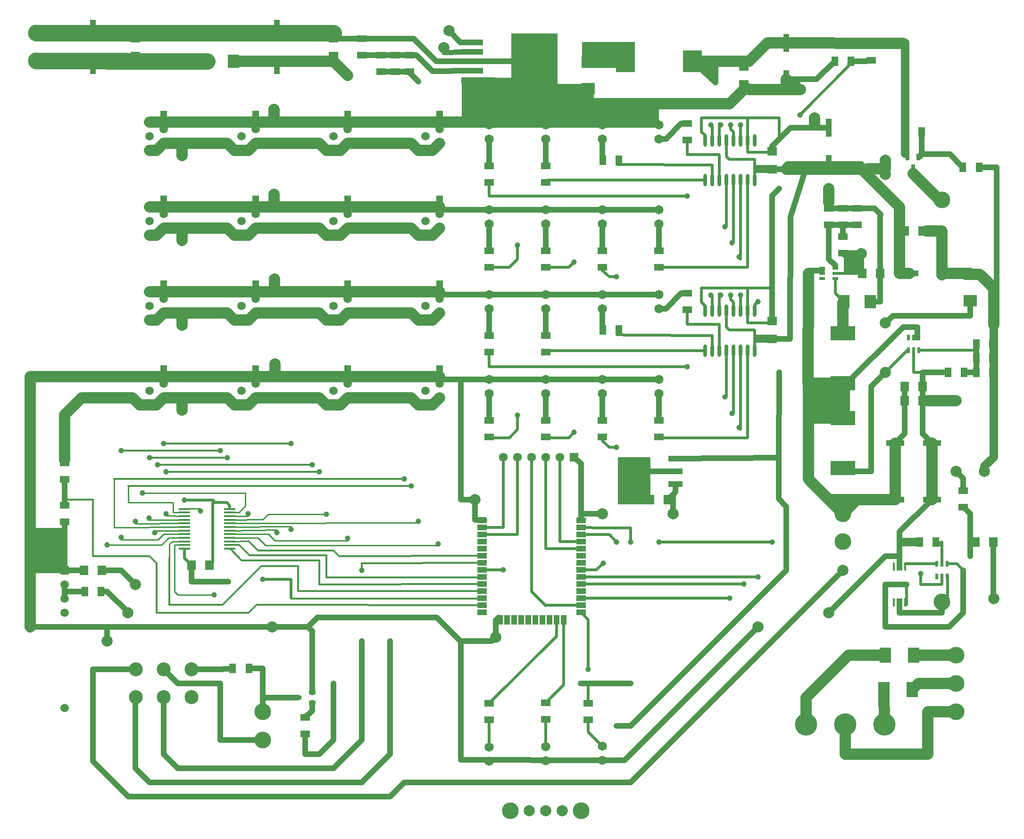
<source format=gtl>
G04 Layer: TopLayer*
G04 EasyEDA v6.5.40, 2024-05-11 17:08:49*
G04 43c8e0cd1118455ea74be200e722eb6b,361a7d54fb4a4915a4e9984872de9782,10*
G04 Gerber Generator version 0.2*
G04 Scale: 100 percent, Rotated: No, Reflected: No *
G04 Dimensions in millimeters *
G04 leading zeros omitted , absolute positions ,4 integer and 5 decimal *
%FSLAX45Y45*%
%MOMM*%

%AMMACRO1*21,1,$1,$2,0,0,$3*%
%ADD10C,1.0000*%
%ADD11C,1.5000*%
%ADD12C,0.5000*%
%ADD13C,0.3000*%
%ADD14C,2.0000*%
%ADD15C,3.0000*%
%ADD16C,0.2540*%
%ADD17C,0.9000*%
%ADD18MACRO1,1.728X1.485X0.0000*%
%ADD19R,1.7280X1.4850*%
%ADD20R,1.1000X3.2000*%
%ADD21R,3.2000X1.1000*%
%ADD22MACRO1,1.728X1.485X-90.0000*%
%ADD23MACRO1,1.728X1.485X90.0000*%
%ADD24R,4.0000X1.0200*%
%ADD25R,8.4000X10.0000*%
%ADD26R,0.5320X1.0720*%
%ADD27O,0.3999992X1.499997*%
%ADD28R,1.0720X0.5320*%
%ADD29R,2.0000X0.3800*%
%ADD30R,2.5000X1.1000*%
%ADD31MACRO1,3.6X2.34X-90.0000*%
%ADD32O,0.6020054X2.2310090000000002*%
%ADD33R,2.0000X2.8000*%
%ADD34R,3.5000X4.0000*%
%ADD35R,4.5000X2.5000*%
%ADD36R,1.8000X1.0008*%
%ADD37R,1.0008X1.8000*%
%ADD38MACRO1,1.701X1.2075X0.0000*%
%ADD39R,1.7010X1.2075*%
%ADD40MACRO1,1.701X1.2075X-90.0000*%
%ADD41MACRO1,1.701X1.2075X90.0000*%
%ADD42R,2.0000X2.4000*%
%ADD43R,2.4000X2.0000*%
%ADD44R,0.7000X1.2500*%
%ADD45R,1.2500X0.7000*%
%ADD46R,1.2680X1.5000*%
%ADD47C,1.6510*%
%ADD48C,4.0000*%
%ADD49C,1.5748*%
%ADD50R,1.5748X1.5748*%
%ADD51R,1.5080X1.5080*%
%ADD52C,1.5080*%
%ADD53C,2.5000*%
%ADD54C,0.0146*%

%LPD*%
G36*
X12283998Y-762000D02*
G01*
X12537998Y-1016000D01*
X12699034Y-1016000D01*
X12699949Y-762000D01*
G37*
D10*
X13830300Y-7886700D02*
G01*
X13830300Y-8623300D01*
X13970000Y-8763000D01*
X13970000Y-9906000D01*
X11176000Y-12700000D01*
X10922000Y-12700000D01*
X17691061Y-4940231D02*
G01*
X17741861Y-4889431D01*
X17741861Y-2667000D01*
X17432553Y-2667000D01*
D11*
X16103569Y-2425694D02*
G01*
X16103579Y-431802D01*
D12*
X15133853Y-762000D02*
G01*
X15087574Y-808278D01*
X15087574Y-850900D01*
X14211274Y-1727200D01*
D13*
X8512809Y-10536936D02*
G01*
X4457700Y-10528300D01*
X4318000Y-10668000D01*
X2667000Y-10668000D01*
X2667000Y-9779000D01*
X2540000Y-9652000D01*
X1524000Y-9652000D01*
X1524000Y-8636000D01*
X1016000Y-8636000D01*
D14*
X393700Y-10922000D02*
G01*
X393700Y-6464287D01*
X393700Y-6438887D01*
X7492984Y-6934197D02*
G01*
X7365984Y-6934184D01*
X7238984Y-6807197D01*
X6095984Y-6807197D01*
D10*
X6349987Y-360121D02*
G01*
X6354500Y-355600D01*
X7277084Y-355600D01*
X5842000Y-348742D02*
G01*
X5853376Y-360118D01*
X6349987Y-360118D01*
D15*
X1780542Y-758446D02*
G01*
X1784095Y-762000D01*
X2667000Y-762000D01*
D10*
X7112000Y-13716000D02*
G01*
X6858000Y-13970000D01*
X2159000Y-13970000D01*
X1524000Y-13335000D01*
X1524000Y-11684000D01*
X1528063Y-11688063D01*
X2293874Y-11688063D01*
X2293995Y-12187976D02*
G01*
X2285994Y-12195977D01*
X2285994Y-13461972D01*
X2539994Y-13715972D01*
X6349987Y-13715972D01*
X6857984Y-13207974D01*
X6857987Y-11175977D01*
X2793994Y-12187976D02*
G01*
X2793994Y-13207974D01*
X3047992Y-13461972D01*
X5841989Y-13461972D01*
X6349987Y-12953974D01*
X6349987Y-11175977D01*
X3293993Y-11687977D02*
G01*
X3746500Y-11684000D01*
X3809992Y-11683977D01*
X4030413Y-11671277D01*
X7111984Y-13715972D02*
G01*
X8636000Y-13716000D01*
X11176000Y-13716000D01*
X14986000Y-9906000D01*
D14*
X15728950Y-12678155D02*
G01*
X15726663Y-12052300D01*
X10414000Y-1524254D02*
G01*
X12954000Y-1524000D01*
X13220700Y-1257300D01*
X13271500Y-1257300D01*
X13302741Y-1270000D01*
X13970000Y-1270000D01*
X13970000Y-1088389D01*
X10414000Y-1256029D02*
G01*
X10414000Y-1841500D01*
D12*
X16128961Y-10528282D02*
G01*
X16128961Y-10159982D01*
D14*
X13303224Y-761492D02*
G01*
X13629104Y-435610D01*
X16065474Y-438152D01*
D10*
X11175974Y-11937974D02*
G01*
X10274279Y-11937974D01*
D12*
X9972040Y-10799114D02*
G01*
X9972040Y-11968048D01*
X9651974Y-12288113D01*
D10*
X7746972Y-6478546D02*
G01*
X11683974Y-6478549D01*
X8127745Y-6478523D02*
G01*
X8128000Y-8636000D01*
X8382000Y-8636000D01*
D11*
X17691064Y-5499089D02*
G01*
X17691064Y-7873984D01*
D14*
X7746984Y-6807197D02*
G01*
X7619984Y-6934197D01*
X7492984Y-6934197D01*
D10*
X8635979Y-6476994D02*
G01*
X11683984Y-6476994D01*
D12*
X16764000Y-9791192D02*
G01*
X16764000Y-9398000D01*
X8635982Y-7526576D02*
G01*
X8996098Y-7526576D01*
X9143982Y-7378692D01*
X9143982Y-7124692D01*
D14*
X14731974Y-3048000D02*
G01*
X14731969Y-3301992D01*
X14477972Y-1777997D02*
G01*
X14477972Y-1904997D01*
D10*
X13842974Y-2159000D02*
G01*
X14042364Y-1959610D01*
X14731974Y-1959610D01*
D15*
X2720847Y-762000D02*
G01*
X3569970Y-762000D01*
D12*
X9651974Y-2920994D02*
G01*
X9676429Y-2896539D01*
X12509474Y-2896539D01*
D10*
X14985974Y-8069981D02*
G01*
X14986000Y-8128000D01*
X15494000Y-8128000D01*
X15494000Y-6604000D01*
X15747992Y-6350010D01*
X5384800Y-10922000D02*
G01*
X5549920Y-10756879D01*
X7696184Y-10756879D01*
X8115282Y-11175977D01*
X8127984Y-11175977D01*
X10668000Y-13314984D02*
G01*
X11068964Y-13314984D01*
X13461972Y-10921977D01*
X10668000Y-13315007D02*
G01*
X8127984Y-13309574D01*
X8127984Y-11175977D01*
X8686782Y-11175977D01*
X8750282Y-11112477D01*
X16000996Y-9651994D02*
G01*
X15747954Y-9651994D01*
X14731969Y-10667979D01*
D12*
X12191974Y-9397982D02*
G01*
X11683977Y-9397982D01*
X11937979Y-9397982D02*
G01*
X13715972Y-9397974D01*
X13715977Y-9398000D01*
D14*
X14986000Y-7169912D02*
G01*
X14363672Y-7175484D01*
X14363700Y-8267700D01*
X14986000Y-8890000D01*
X14986000Y-8893555D01*
D10*
X1778000Y-11175974D02*
G01*
X1778000Y-10921994D01*
X2794000Y-11688063D02*
G01*
X3043936Y-11938000D01*
X3809992Y-11937977D01*
X3809992Y-12953974D01*
X4572000Y-12954000D01*
X4326178Y-11671274D02*
G01*
X4571987Y-11671274D01*
X4571987Y-11937974D01*
X4572000Y-12446000D02*
G01*
X4572000Y-12192000D01*
X4571989Y-11937977D01*
X1016000Y-9906000D02*
G01*
X393700Y-9906000D01*
X393700Y-10922000D01*
X4745481Y-10922000D01*
D14*
X16251961Y-11429977D02*
G01*
X17017964Y-11429969D01*
X16763966Y-3809992D02*
G01*
X16763959Y-4597410D01*
D11*
X17691064Y-7873984D02*
G01*
X17525964Y-8039084D01*
X17525964Y-8127984D01*
D14*
X17691064Y-5499089D02*
G01*
X17691064Y-4838689D01*
X17438370Y-4585970D01*
X17272000Y-4585970D01*
X16763964Y-4571989D02*
G01*
X17271961Y-4571989D01*
X16484566Y-3809992D02*
G01*
X16764000Y-3810000D01*
D15*
X508000Y-257555D02*
G01*
X1689100Y-257555D01*
X3604262Y-255915D01*
D10*
X5333989Y-12847853D02*
G01*
X5333989Y-13207974D01*
X5587989Y-13207974D01*
X5841987Y-12953977D01*
X5841989Y-11937979D01*
X17017974Y-8127974D02*
G01*
X17144974Y-8254974D01*
X17144974Y-8475395D01*
D14*
X16255966Y-2793994D02*
G01*
X16243274Y-2781274D01*
X16713200Y-3251200D01*
X16764000Y-3251200D01*
X17018000Y-12446000D02*
G01*
X16510000Y-12446000D01*
X16510000Y-13208000D01*
X15032177Y-13208000D01*
X15032177Y-12678206D01*
D12*
X8889982Y-9131282D02*
G01*
X8886027Y-9140037D01*
X8512936Y-9140037D01*
X8889972Y-7873974D02*
G01*
X8889982Y-9131282D01*
X10283063Y-9267037D02*
G01*
X10791032Y-9267037D01*
X10921977Y-9397982D01*
D16*
X3162495Y-9063182D02*
G01*
X2286208Y-9066171D01*
X3162482Y-8998163D02*
G01*
X2502108Y-9002671D01*
D13*
X5587989Y-10159979D02*
G01*
X5587989Y-10159979D01*
X5588000Y-9728200D01*
X4192524Y-9728200D01*
X4002531Y-9538208D01*
D16*
X4317984Y-9385284D02*
G01*
X3982501Y-9388149D01*
D13*
X4146250Y-9453138D02*
G01*
X3982501Y-9453138D01*
X5952490Y-10037063D02*
G01*
X5715000Y-10037063D01*
X5715000Y-9639300D01*
X4332477Y-9639300D01*
X4146295Y-9453118D01*
D16*
X4318182Y-9321957D02*
G01*
X3982501Y-9323148D01*
X4253430Y-9322081D02*
G01*
X4483381Y-9322081D01*
X4622784Y-9461484D01*
X7721597Y-9461484D01*
X7721597Y-9436077D01*
D13*
X5943600Y-9652000D02*
G01*
X5842000Y-9550400D01*
X4483100Y-9550400D01*
X4318000Y-9385300D01*
D16*
X3162482Y-9193171D02*
G01*
X2629108Y-9193171D01*
D13*
X5460984Y-8013684D02*
G01*
X2679697Y-8013684D01*
D16*
X3162495Y-8933200D02*
G01*
X2832295Y-8926471D01*
D13*
X2539997Y-7886684D02*
G01*
X3936997Y-7886684D01*
X2031997Y-7759684D02*
G01*
X3809997Y-7759684D01*
D16*
X2794195Y-9256671D02*
G01*
X2692595Y-9358271D01*
X2019508Y-9358271D01*
D13*
X5079984Y-7632684D02*
G01*
X3279114Y-7632684D01*
X2793997Y-7632684D01*
D12*
X15747992Y-6350010D02*
G01*
X16154145Y-5943854D01*
X16350995Y-5956807D02*
G01*
X17378172Y-5956807D01*
X17378172Y-6350000D01*
D10*
X17136795Y-2667000D02*
G01*
X16903674Y-2433878D01*
X16403848Y-2433878D01*
X16403848Y-2031987D01*
X16319500Y-5727700D02*
G01*
X16319500Y-5537200D01*
X16065500Y-5537200D01*
X14986000Y-6616700D01*
X14986000Y-7170420D01*
X16319466Y-5727687D02*
G01*
X16281366Y-5727687D01*
D14*
X2793997Y-3759197D02*
G01*
X2666997Y-3886197D01*
X2539997Y-3886197D01*
X749297Y-6426187D02*
G01*
X393700Y-6426187D01*
X2540000Y-6426200D02*
G01*
X584200Y-6426200D01*
X2540000Y-6934200D02*
G01*
X2362212Y-6934200D01*
X2235200Y-6807187D01*
X1320800Y-6807187D01*
X1015974Y-7112012D01*
X1015997Y-7924784D01*
X2539997Y-6426197D02*
G01*
X7492984Y-6426197D01*
X2539997Y-3378197D02*
G01*
X4778552Y-3378197D01*
X4773828Y-1856765D02*
G01*
X4773828Y-1628165D01*
X4778552Y-3378098D02*
G01*
X4778552Y-3149498D01*
X4783302Y-4902301D02*
G01*
X4783302Y-4673701D01*
X4787889Y-6426187D02*
G01*
X4787889Y-6197587D01*
X4190984Y-6934197D02*
G01*
X4063984Y-6934184D01*
X3936997Y-6807197D01*
X2793997Y-6807197D01*
X3124194Y-6807187D02*
G01*
X3124194Y-7030994D01*
X3124200Y-5282539D02*
G01*
X3124200Y-5506346D01*
X3124200Y-3758641D02*
G01*
X3124200Y-3982448D01*
X3124200Y-2235809D02*
G01*
X3124200Y-2459616D01*
D15*
X2667000Y-762000D02*
G01*
X2720924Y-762000D01*
D14*
X7492984Y-1854197D02*
G01*
X8254984Y-1854197D01*
D10*
X7746984Y-1905688D02*
G01*
X11683987Y-1905690D01*
D14*
X4190984Y-2362197D02*
G01*
X4063984Y-2362197D01*
X3936997Y-2235197D01*
X2793997Y-2235197D01*
X2539997Y-1854197D02*
G01*
X7492984Y-1854197D01*
X7492984Y-4902197D02*
G01*
X7746984Y-4901681D01*
D10*
X7746972Y-4952456D02*
G01*
X11683974Y-4952458D01*
D14*
X7492984Y-5410197D02*
G01*
X7365984Y-5410197D01*
X7238984Y-5283197D01*
X6095984Y-5283197D01*
X4444984Y-5283197D02*
G01*
X4317984Y-5410197D01*
X4190984Y-5410197D01*
X2793997Y-5283197D02*
G01*
X2666997Y-5410197D01*
X2539997Y-5410197D01*
X4190984Y-5410197D02*
G01*
X4063984Y-5410197D01*
X3936997Y-5283197D01*
X2793997Y-5283197D01*
D15*
X508000Y-758444D02*
G01*
X2032000Y-758444D01*
X2286000Y-762000D01*
X3604262Y-255915D02*
G01*
X5841987Y-254000D01*
D14*
X2539997Y-4902197D02*
G01*
X4783302Y-4902197D01*
X4783302Y-4902197D02*
G01*
X7492984Y-4902197D01*
X14363672Y-4571989D02*
G01*
X14360143Y-6546087D01*
X14986000Y-6546087D01*
D10*
X16582364Y-7619997D02*
G01*
X16415207Y-7452840D01*
X16415207Y-6604000D01*
D14*
X17017966Y-6857987D02*
G01*
X16509966Y-6857987D01*
X15747974Y-2540000D02*
G01*
X15747969Y-2692394D01*
X15076881Y-2699257D01*
X16001966Y-3378192D02*
G01*
X15323032Y-2699257D01*
X13970000Y-2699257D01*
D10*
X13716000Y-5747257D02*
G01*
X14033500Y-5747257D01*
X14046172Y-3555992D01*
X14312900Y-2699257D01*
X15316169Y-4483089D02*
G01*
X15316200Y-4216400D01*
X16000996Y-9821781D02*
G01*
X16000996Y-9428589D01*
X16582390Y-8636000D02*
G01*
X16002000Y-9216389D01*
X16001966Y-9410682D01*
D14*
X16582364Y-8635972D02*
G01*
X16582364Y-7619997D01*
D10*
X16415209Y-6604000D02*
G01*
X16415207Y-6349997D01*
X16415207Y-6858000D01*
D12*
X3295139Y-9817102D02*
G01*
X3162495Y-9684458D01*
X3162495Y-9548238D01*
D10*
X3295141Y-9817074D02*
G01*
X3295141Y-10109174D01*
X3949700Y-10109174D01*
X4745481Y-10922000D02*
G01*
X5384800Y-10922000D01*
X5458968Y-11000231D01*
X5458968Y-12097004D01*
D12*
X10413974Y-12298095D02*
G01*
X10411459Y-11937974D01*
X11175974Y-11937974D01*
D10*
X1015997Y-9067779D02*
G01*
X1015997Y-9935911D01*
X16370266Y-2476494D02*
G01*
X16403848Y-2412507D01*
X16403848Y-2031989D01*
X16403848Y-2031989D02*
G01*
X16403848Y-2412507D01*
X16108095Y-2032000D02*
G01*
X16108095Y-2031987D01*
X16108090Y-2031987D01*
X14731974Y-1959610D02*
G01*
X14731961Y-1959612D01*
X15493969Y-744783D02*
G01*
X15387853Y-762000D01*
X15133848Y-762000D01*
D12*
X13944572Y-431802D02*
G01*
X14714220Y-428083D01*
D10*
X16870095Y-6349997D02*
G01*
X16418559Y-6349997D01*
X15653212Y-4571994D02*
G01*
X15653212Y-5079989D01*
X15479958Y-5079989D01*
X15316174Y-4216400D02*
G01*
X15311653Y-4211878D01*
X14985969Y-4211881D01*
X14985974Y-4211878D02*
G01*
X15334721Y-4571994D01*
X15503662Y-2879887D02*
G01*
X15323032Y-2699257D01*
X15312367Y-2612392D01*
X14731974Y-2612392D01*
D12*
X9652000Y-13071094D02*
G01*
X9652000Y-12583921D01*
D14*
X10414000Y-1256029D02*
G01*
X10414000Y-1270000D01*
X9143982Y-1269997D01*
D10*
X12699974Y-1143000D02*
G01*
X12617221Y-1060246D01*
X12617221Y-962253D01*
X12617145Y-962177D01*
X12617145Y-962177D01*
X12617145Y-962177D01*
X12699974Y-1143000D02*
G01*
X12697152Y-762000D01*
X12699974Y-1143000D02*
G01*
X12283970Y-762000D01*
X14838095Y-762000D02*
G01*
X14511703Y-1088392D01*
X13969974Y-1088392D01*
D14*
X13303224Y-761492D02*
G01*
X13113232Y-762000D01*
X12283970Y-762000D01*
D10*
X10668000Y-8890000D02*
G01*
X10282936Y-8890000D01*
X11937977Y-8889982D02*
G01*
X11937977Y-8566513D01*
X11843232Y-8635974D02*
G01*
X11980974Y-8498232D01*
X11980974Y-8357971D01*
X11980976Y-7897977D02*
G01*
X13830272Y-7886684D01*
X13842974Y-6349987D01*
X15748000Y-5465318D02*
G01*
X15879318Y-5334000D01*
X17272000Y-5334000D01*
X17271956Y-5065976D01*
D12*
X17017961Y-9791682D02*
G01*
X16858965Y-9791067D01*
D10*
X14985974Y-3916121D02*
G01*
X14985974Y-3703878D01*
X14985974Y-3703878D01*
X14732000Y-3703828D02*
G01*
X14732000Y-4318000D01*
X14846808Y-4432807D01*
X14846269Y-4444992D01*
X14363669Y-4521192D02*
G01*
X14617052Y-4521179D01*
D12*
X14360240Y-4825687D02*
G01*
X14363672Y-4571989D01*
D10*
X14731969Y-3703881D02*
G01*
X15239969Y-3703881D01*
X15239969Y-3408123D02*
G01*
X14731969Y-3408123D01*
X15239969Y-3408123D02*
G01*
X15549300Y-3408123D01*
X15659069Y-3517892D01*
X15653212Y-3523749D01*
X15653212Y-4571994D01*
X4572000Y-12446000D02*
G01*
X4572000Y-12192000D01*
X5209031Y-12192000D01*
D14*
X16001966Y-3378192D02*
G01*
X16002000Y-3904742D01*
X16002000Y-4572000D01*
X16183609Y-4572000D01*
D10*
X16128961Y-10159982D02*
G01*
X15747974Y-10159982D01*
X15747974Y-10921974D01*
X16890961Y-10921974D01*
X17144961Y-10667982D01*
X17144961Y-9905982D01*
D12*
X16103574Y-9791674D02*
G01*
X16668973Y-9791067D01*
D10*
X17378088Y-5841997D02*
G01*
X17378088Y-6349997D01*
X17165827Y-6350000D02*
G01*
X17373600Y-6350000D01*
X17378172Y-6345428D01*
X17378172Y-6096000D01*
X14985974Y-8893533D02*
G01*
X14993719Y-8885788D01*
X14993719Y-8634333D01*
D14*
X15493982Y-8635987D02*
G01*
X14729459Y-8633460D01*
X14985974Y-8893533D02*
G01*
X15243515Y-8635992D01*
X15929569Y-8635992D01*
D12*
X16418559Y-6349997D02*
G01*
X16255966Y-6349987D01*
X16255974Y-5956909D01*
D10*
X16002000Y-10502900D02*
G01*
X16002000Y-10668000D01*
X16764000Y-10668000D01*
X16764000Y-10502900D01*
X16763974Y-10470464D01*
X15929559Y-7619974D02*
G01*
X16096716Y-7452817D01*
X16096726Y-6603974D01*
D14*
X14999975Y-5079989D02*
G01*
X14985979Y-5093985D01*
X14985979Y-5645980D01*
X15929569Y-7619972D02*
G01*
X15929569Y-8635992D01*
D10*
X17271974Y-9651974D02*
G01*
X17271961Y-9334482D01*
X17271964Y-8889982D02*
G01*
X17271964Y-9340349D01*
X17271961Y-8889982D02*
G01*
X17153135Y-8771153D01*
X17144974Y-8771153D01*
D12*
X8512936Y-9902037D02*
G01*
X8886040Y-9902037D01*
X11175977Y-9397982D02*
G01*
X11175977Y-9143982D01*
X11175977Y-9143982D02*
G01*
X10667979Y-9143982D01*
X14858966Y-4571987D02*
G01*
X15334721Y-4571994D01*
X14999970Y-5080000D02*
G01*
X14846884Y-4926888D01*
X14846884Y-4673854D01*
X14617065Y-4476978D02*
G01*
X14617065Y-4565142D01*
X4572000Y-10071100D02*
G01*
X5079989Y-10071079D01*
X5079989Y-10401279D01*
D10*
X1015974Y-8275878D02*
G01*
X1016000Y-8275904D01*
X1016000Y-8742121D01*
D13*
X8534382Y-10413979D02*
G01*
X5079989Y-10413979D01*
D10*
X1683257Y-9906000D02*
G01*
X2032000Y-9906000D01*
X2286000Y-10160000D01*
X1671878Y-10286672D02*
G01*
X1777682Y-10286672D01*
X2146300Y-10655287D01*
X2146300Y-10667974D01*
X13715974Y-2699252D02*
G01*
X13900833Y-2699252D01*
X13987693Y-2612389D01*
X14731974Y-2612389D01*
D12*
X16865574Y-9994874D02*
G01*
X16865574Y-10502874D01*
X16383000Y-9969500D02*
G01*
X16383000Y-10160000D01*
X16764000Y-10160000D01*
X16763974Y-10020881D01*
X17144961Y-9905982D02*
G01*
X17030661Y-9791682D01*
X17017961Y-9791682D01*
D10*
X17691061Y-10413982D02*
G01*
X17685209Y-10408127D01*
X17685209Y-9397987D01*
D13*
X6349987Y-9778979D02*
G01*
X6349987Y-9905979D01*
X6349987Y-9905979D01*
X8512809Y-9774936D02*
G01*
X6349987Y-9778979D01*
D10*
X8381974Y-8635974D02*
G01*
X8381982Y-9004282D01*
X8381982Y-9004282D02*
G01*
X8547079Y-9004282D01*
D12*
X8635974Y-12593853D02*
G01*
X8636000Y-12593878D01*
X8636000Y-13080974D01*
D10*
X8750274Y-11112474D02*
G01*
X8750274Y-10807674D01*
X8805824Y-10752150D01*
D13*
X2895854Y-9688576D02*
G01*
X2895854Y-10528300D01*
X3848100Y-10528300D01*
X4546600Y-9829800D01*
X5207000Y-9829800D01*
X5207000Y-10282936D01*
X8512809Y-10282936D01*
X8512916Y-9647930D02*
G01*
X5943600Y-9652000D01*
D10*
X5334000Y-12552095D02*
G01*
X5458965Y-12427130D01*
X5458965Y-12286970D01*
X1016000Y-9905974D02*
G01*
X1364734Y-9905974D01*
D13*
X8521682Y-10032979D02*
G01*
X5952365Y-10037048D01*
D10*
X1016000Y-10159974D02*
G01*
X1016000Y-10413974D01*
D12*
X3719829Y-8685276D02*
G01*
X3683508Y-8648700D01*
X3162300Y-8648700D01*
X3613655Y-9817102D02*
G01*
X3670482Y-9760275D01*
X3670482Y-8685171D01*
X3924482Y-8685171D01*
X3982514Y-8743177D01*
X3982514Y-8773073D01*
D14*
X16226561Y-12052274D02*
G01*
X16340866Y-11937969D01*
X17017964Y-11937969D01*
X14328924Y-12678204D02*
G01*
X14325572Y-12674851D01*
X14325572Y-12191974D01*
X15087569Y-11429977D01*
X15751987Y-11429977D01*
D10*
X7746984Y-3428992D02*
G01*
X11683987Y-3428994D01*
X8635979Y-1905000D02*
G01*
X11683984Y-1905000D01*
X7366000Y-1130300D02*
G01*
X7201154Y-965454D01*
X7201154Y-948181D01*
D14*
X10413972Y-776020D02*
G01*
X11069952Y-776020D01*
X11083973Y-762000D01*
D17*
X8153384Y-596900D02*
G01*
X7819184Y-601629D01*
D10*
X8335187Y-932174D02*
G01*
X7619984Y-939797D01*
X7277100Y-355600D02*
G01*
X7417054Y-495554D01*
X7683754Y-762254D01*
X8335263Y-762254D01*
X7619984Y-939797D02*
G01*
X7332578Y-652391D01*
X7201093Y-652391D01*
X8335192Y-422168D02*
G01*
X8118342Y-422168D01*
X7912074Y-215900D01*
X8335187Y-762175D02*
G01*
X9445185Y-762175D01*
X8409490Y-1103624D02*
G01*
X9091482Y-1106520D01*
X6830440Y-652388D02*
G01*
X6693093Y-652388D01*
X6693093Y-948148D02*
G01*
X7201093Y-948148D01*
X7201093Y-652388D02*
G01*
X6693093Y-652388D01*
X6349987Y-655878D02*
G01*
X6353467Y-652398D01*
X6693103Y-652398D01*
D14*
X5841987Y-761997D02*
G01*
X6095987Y-1015997D01*
X4050029Y-762000D02*
G01*
X5842000Y-762000D01*
D16*
X2984754Y-9453371D02*
G01*
X2984500Y-10287000D01*
X3048000Y-10350500D01*
X3682992Y-10350479D01*
D12*
X13232625Y-4838700D02*
G01*
X13704255Y-4838700D01*
X13715984Y-4826970D01*
D10*
X13703269Y-5765787D02*
G01*
X13423869Y-5765787D01*
X13703269Y-2717794D02*
G01*
X13423869Y-2717794D01*
D12*
X12890474Y-2183457D02*
G01*
X12890474Y-2476494D01*
X12941274Y-2527294D01*
X13398474Y-2527294D01*
X13398474Y-2896542D01*
X13715984Y-5747235D02*
G01*
X13969972Y-5747235D01*
X13271474Y-1778000D02*
G01*
X13842972Y-1778000D01*
X13842972Y-2158994D01*
D10*
X13715974Y-2380736D02*
G01*
X13715974Y-2285992D01*
X13842972Y-2158994D01*
X13715984Y-5428719D02*
G01*
X13715984Y-3174982D01*
X13842972Y-3047994D01*
D12*
X13398474Y-5244160D02*
G01*
X13398474Y-5143487D01*
X13461972Y-5079989D01*
X12763439Y-5486422D02*
G01*
X12763439Y-5944570D01*
X12191964Y-5227855D02*
G01*
X12191964Y-5486427D01*
X12763439Y-5486422D01*
X12192000Y-2179828D02*
G01*
X12192000Y-2438400D01*
X12763474Y-2438394D01*
X13715984Y-5747235D02*
G01*
X13715984Y-5702272D01*
X13398484Y-5702272D01*
X13398484Y-5944519D01*
X13715974Y-2699257D02*
G01*
X13715974Y-2654294D01*
X13398474Y-2654294D01*
X13398474Y-2896542D01*
X12763474Y-2183457D02*
G01*
X12763474Y-1879066D01*
X13144474Y-2183457D02*
G01*
X13144474Y-1905000D01*
X13017500Y-5092700D02*
G01*
X12966700Y-5041900D01*
X12966700Y-4965700D01*
X12890474Y-5244157D02*
G01*
X12890474Y-5537194D01*
X12941274Y-5587994D01*
X13398474Y-5587994D01*
X13398474Y-5957242D01*
X12509474Y-5244157D02*
G01*
X12509474Y-5156194D01*
X12445974Y-5092694D01*
X13271500Y-5244084D02*
G01*
X13271474Y-5460994D01*
X13411200Y-5461000D01*
X13715974Y-5461000D01*
X13715974Y-5441442D01*
X13144474Y-5244157D02*
G01*
X13144474Y-4965700D01*
X13017474Y-5244157D02*
G01*
X13017474Y-5092694D01*
X12636474Y-5232394D02*
G01*
X12636474Y-4965694D01*
X12445974Y-5092694D02*
G01*
X12445974Y-4838700D01*
X13271474Y-4838700D01*
X13271474Y-5244157D01*
X13271474Y-7526578D02*
G01*
X13271474Y-5957242D01*
X11683987Y-7526578D02*
G01*
X13271474Y-7526578D01*
X12890474Y-6045194D02*
G01*
X12890474Y-6793544D01*
X13017474Y-5957242D02*
G01*
X13017474Y-7085644D01*
X13144474Y-5957242D02*
G01*
X13144474Y-7378694D01*
X10794979Y-7696189D02*
G01*
X10921977Y-7696189D01*
X10668000Y-7526528D02*
G01*
X10668000Y-7581900D01*
X10794979Y-7696189D01*
X9651974Y-7526578D02*
G01*
X10062895Y-7526578D01*
X10159979Y-7429492D01*
X8635982Y-4465876D02*
G01*
X8996098Y-4465876D01*
X9143982Y-4317992D01*
X9143982Y-4063992D01*
X8635979Y-6002578D02*
G01*
X8635979Y-6248392D01*
X12191974Y-6248392D01*
X12636474Y-5957242D02*
G01*
X12636474Y-5689594D01*
X10932413Y-5676900D02*
G01*
X11157458Y-5678678D01*
X12636500Y-5689600D01*
X9651974Y-5981694D02*
G01*
X9676429Y-5957239D01*
X12509474Y-5957239D01*
X12636474Y-5232394D02*
G01*
X12636474Y-4965694D01*
X8635979Y-2941878D02*
G01*
X8635979Y-3187692D01*
X12191974Y-3187692D01*
X13271500Y-2183384D02*
G01*
X13271474Y-2400294D01*
X13411200Y-2400300D01*
X13715974Y-2400300D01*
X13715974Y-2380742D01*
X13271474Y-5244160D02*
G01*
X13271449Y-5461071D01*
X13411174Y-5461076D01*
X13715949Y-5461076D01*
X13715949Y-5441518D01*
D10*
X11684000Y-5207002D02*
G01*
X11811000Y-5207002D01*
X12085827Y-4932174D01*
X12192000Y-4932174D01*
X11684000Y-2159000D02*
G01*
X11811000Y-2159000D01*
X12085827Y-1884171D01*
X12192000Y-1884171D01*
X10667972Y-5207000D02*
G01*
X10667966Y-5577586D01*
X10667989Y-2158997D02*
G01*
X10667984Y-2529583D01*
D12*
X11683987Y-4465878D02*
G01*
X13271474Y-4465878D01*
X10932391Y-2616194D02*
G01*
X12636474Y-2628894D01*
X12966674Y-1905000D02*
G01*
X12966674Y-1981194D01*
X13017474Y-2031994D01*
X13017474Y-2183457D02*
G01*
X13017474Y-2031994D01*
X12445974Y-2031994D02*
G01*
X12445974Y-1778000D01*
X13271474Y-1778000D01*
X13271474Y-2183457D01*
X12636474Y-2171694D02*
G01*
X12636474Y-1904994D01*
X12509474Y-2183457D02*
G01*
X12509474Y-2095494D01*
X12445974Y-2031994D01*
X12509474Y-2183457D02*
G01*
X12509474Y-2140836D01*
X13271474Y-4465878D02*
G01*
X13271474Y-2896542D01*
X12890474Y-2984494D02*
G01*
X12890474Y-3732844D01*
X13017474Y-2896542D02*
G01*
X13017474Y-4024944D01*
X13144474Y-2896542D02*
G01*
X13144474Y-4317994D01*
X12763474Y-2438394D02*
G01*
X12763474Y-2896542D01*
X12636474Y-2896542D02*
G01*
X12636474Y-2628894D01*
X9651974Y-4465878D02*
G01*
X10062895Y-4465878D01*
X10159979Y-4368792D01*
X10668000Y-4465828D02*
G01*
X10668000Y-4521200D01*
X10794979Y-4635489D01*
X10794979Y-4635489D02*
G01*
X10921977Y-4635489D01*
D10*
X11683966Y-6730994D02*
G01*
X11683966Y-7218116D01*
X10667972Y-6730994D02*
G01*
X10667972Y-7218116D01*
X9651974Y-6730994D02*
G01*
X9651974Y-7218116D01*
X8635979Y-6730994D02*
G01*
X8635979Y-7218116D01*
X9651974Y-5207000D02*
G01*
X9651974Y-5694121D01*
X8635979Y-5207002D02*
G01*
X8635979Y-5694123D01*
X11683989Y-3682997D02*
G01*
X11683989Y-4170118D01*
X10667974Y-3682997D02*
G01*
X10667974Y-4170118D01*
X9651972Y-3682997D02*
G01*
X9651972Y-4170118D01*
X8635982Y-3682994D02*
G01*
X8635982Y-4170118D01*
X9651974Y-2159000D02*
G01*
X9651974Y-2646121D01*
X9651974Y-2646121D01*
X8635979Y-2159000D02*
G01*
X8635979Y-2646121D01*
X8635979Y-4953002D02*
G01*
X11683984Y-4953002D01*
D16*
X3441697Y-8801084D02*
G01*
X3086110Y-8801084D01*
X3162495Y-8868194D02*
G01*
X2959295Y-8862971D01*
X4572182Y-8991757D02*
G01*
X4673782Y-8902857D01*
X5715182Y-8902857D01*
X5080195Y-9118757D02*
G01*
X3940792Y-9128914D01*
X3162495Y-9128170D02*
G01*
X1904997Y-9134558D01*
X1904997Y-9134558D02*
G01*
X1902962Y-8270984D01*
D13*
X1904997Y-8267684D02*
G01*
X7111984Y-8267684D01*
D16*
X2158997Y-8686784D02*
G01*
X2157199Y-8396414D01*
X3162495Y-9453156D02*
G01*
X2984682Y-9453882D01*
X7366182Y-9055257D02*
G01*
X4033301Y-9063146D01*
X2959295Y-8862847D02*
G01*
X2959295Y-8685047D01*
X2161750Y-8685047D01*
X2161750Y-8685047D02*
G01*
X2159208Y-8685047D01*
X4572182Y-8991757D02*
G01*
X3982501Y-8998158D01*
X4254695Y-8723396D02*
G01*
X4254695Y-8748796D01*
X4146250Y-8868155D01*
X4774168Y-9182928D02*
G01*
X4826182Y-9233057D01*
X4826182Y-9182257D02*
G01*
X3982501Y-9193184D01*
X2756082Y-9447171D02*
G01*
X1778208Y-9448957D01*
X3162495Y-9258185D02*
G01*
X2794195Y-9256671D01*
X4254695Y-8748809D02*
G01*
X4254695Y-8521981D01*
X2413208Y-8521857D01*
X2883095Y-9320171D02*
G01*
X2755635Y-9447171D01*
X3162495Y-9323092D02*
G01*
X3162495Y-9320296D01*
X2883095Y-9320171D01*
X3162495Y-9388180D02*
G01*
X2998734Y-9388180D01*
X4305495Y-8890157D02*
G01*
X4305495Y-8933157D01*
X3982501Y-8933157D01*
X4146250Y-8868155D02*
G01*
X3982501Y-8868155D01*
X4432482Y-9256671D02*
G01*
X3982501Y-9258160D01*
D13*
X2158997Y-8394684D02*
G01*
X7238984Y-8394684D01*
X2832097Y-8140684D02*
G01*
X5587984Y-8140684D01*
D14*
X5841984Y-6934197D02*
G01*
X5714984Y-6934184D01*
X5587984Y-6807197D01*
X4444984Y-6807197D01*
X5841984Y-5410197D02*
G01*
X5714984Y-5410197D01*
X5587984Y-5283197D01*
X4444984Y-5283197D01*
X7492984Y-3886197D02*
G01*
X7365984Y-3886197D01*
X7238984Y-3759197D01*
X6095984Y-3759197D01*
X5841984Y-3886197D02*
G01*
X5714984Y-3886197D01*
X5587984Y-3759197D01*
X4444984Y-3759197D01*
X4190984Y-3886197D02*
G01*
X4063984Y-3886197D01*
X3936997Y-3759197D01*
X2793997Y-3759197D01*
X4778552Y-3378197D02*
G01*
X7492984Y-3378197D01*
X5841984Y-2362197D02*
G01*
X5714984Y-2362197D01*
X5587984Y-2235197D01*
X4444984Y-2235197D01*
X7492984Y-2362197D02*
G01*
X7365984Y-2362197D01*
X7238984Y-2235197D01*
X6095984Y-2235197D01*
X6095984Y-6807197D02*
G01*
X5968984Y-6934197D01*
X5841984Y-6934197D01*
X4444984Y-6807197D02*
G01*
X4317984Y-6934197D01*
X4190984Y-6934197D01*
X2793997Y-6807197D02*
G01*
X2666997Y-6934197D01*
X2539997Y-6934197D01*
X6095984Y-5283197D02*
G01*
X5968984Y-5410197D01*
X5841984Y-5410197D01*
X7746984Y-5283197D02*
G01*
X7619984Y-5410197D01*
X7492984Y-5410197D01*
X7746984Y-3759197D02*
G01*
X7619984Y-3886197D01*
X7492984Y-3886197D01*
X6095984Y-3759197D02*
G01*
X5968984Y-3886197D01*
X5841984Y-3886197D01*
X4444984Y-3759197D02*
G01*
X4317984Y-3886197D01*
X4190984Y-3886197D01*
X2793997Y-2235197D02*
G01*
X2666997Y-2362197D01*
X2539997Y-2362197D01*
X4444984Y-2235197D02*
G01*
X4317984Y-2362197D01*
X4190984Y-2362197D01*
X6095984Y-2235197D02*
G01*
X5968984Y-2362197D01*
X5841984Y-2362197D01*
X7746984Y-2235197D02*
G01*
X7619984Y-2362197D01*
X7492984Y-2362197D01*
X7492984Y-6426197D02*
G01*
X7746984Y-6425681D01*
D10*
X7746972Y-6299103D02*
G01*
X7746972Y-6553085D01*
X5841984Y-6426197D02*
G01*
X6095984Y-6425681D01*
X6095972Y-6299103D02*
G01*
X6095972Y-6553085D01*
X4190984Y-6426197D02*
G01*
X4444984Y-6425681D01*
X4444972Y-6299103D02*
G01*
X4444972Y-6553085D01*
X2539997Y-6426197D02*
G01*
X2793997Y-6425681D01*
X2793972Y-6299103D02*
G01*
X2793972Y-6553085D01*
X7746972Y-4775103D02*
G01*
X7746972Y-5029085D01*
X5841984Y-4902197D02*
G01*
X6095984Y-4901681D01*
X6095972Y-4775103D02*
G01*
X6095972Y-5029085D01*
X4190984Y-4902197D02*
G01*
X4444984Y-4901681D01*
X4444972Y-4775103D02*
G01*
X4444972Y-5029085D01*
X2539997Y-4902197D02*
G01*
X2793997Y-4901681D01*
X2793972Y-4775103D02*
G01*
X2793972Y-5029085D01*
D14*
X7492984Y-3378197D02*
G01*
X7746984Y-3377681D01*
D10*
X7746972Y-3251116D02*
G01*
X7746972Y-3505090D01*
X5841984Y-3378197D02*
G01*
X6095984Y-3377681D01*
X6095972Y-3251116D02*
G01*
X6095972Y-3505090D01*
X4190984Y-3378197D02*
G01*
X4444984Y-3377681D01*
X4444972Y-3251116D02*
G01*
X4444972Y-3505090D01*
X2539997Y-3378197D02*
G01*
X2793997Y-3377681D01*
X2793972Y-3251116D02*
G01*
X2793972Y-3505090D01*
X2793972Y-1727116D02*
G01*
X2793972Y-1981090D01*
X4190984Y-1854197D02*
G01*
X4444984Y-1853681D01*
X4444972Y-1727116D02*
G01*
X4444972Y-1981090D01*
X5841984Y-1854197D02*
G01*
X6095984Y-1853681D01*
X6095972Y-1727116D02*
G01*
X6095972Y-1981090D01*
X7746984Y-1727215D02*
G01*
X7746984Y-1981197D01*
X6095984Y-1981197D02*
G01*
X6095984Y-1727215D01*
D16*
X4432546Y-9256776D02*
G01*
X4672070Y-9256776D01*
X4787897Y-9372602D01*
X6095997Y-9372602D01*
X6095997Y-9334477D01*
X2895795Y-9688471D02*
G01*
X2895795Y-9434471D01*
X2933895Y-9396371D01*
X2951091Y-9388154D01*
X2998746Y-9388154D01*
D13*
X8512916Y-10155930D02*
G01*
X5588000Y-10161270D01*
D10*
X10159974Y-7873974D02*
G01*
X10283037Y-7997037D01*
X10283037Y-8988856D01*
D12*
X9906000Y-7874000D02*
G01*
X9906000Y-9393936D01*
X10282936Y-9393936D01*
X9397972Y-7873974D02*
G01*
X9397972Y-10286972D01*
X9651979Y-10540979D01*
X9655921Y-10537037D01*
X10283063Y-10537037D01*
X12763474Y-5244157D02*
G01*
X12763474Y-4939766D01*
X10283063Y-10410037D02*
G01*
X12950032Y-10410037D01*
X12953974Y-10413979D01*
X10283063Y-10156037D02*
G01*
X13204032Y-10156037D01*
X13207974Y-10159979D01*
X13171584Y-10028936D02*
G01*
X13461972Y-10028936D01*
D10*
X1376113Y-10286974D02*
G01*
X1016000Y-10286664D01*
D12*
X10283068Y-10664037D02*
G01*
X10413974Y-10794944D01*
X10413974Y-11683974D01*
X10283190Y-10028936D02*
G01*
X13208000Y-10028936D01*
X10680674Y-9778974D02*
G01*
X10557611Y-9902037D01*
X10283063Y-9902037D01*
D16*
X11524716Y-8635974D02*
G01*
X11386977Y-8498235D01*
X11386977Y-8170986D01*
X11386977Y-8127974D01*
D10*
X11980925Y-8128000D02*
G01*
X11429977Y-8127984D01*
D12*
X9143972Y-7873974D02*
G01*
X9143982Y-9258282D01*
X9140027Y-9267037D01*
X8512936Y-9267037D01*
X9652000Y-7874000D02*
G01*
X9652000Y-9520936D01*
X10282936Y-9520936D01*
X10713211Y-9143982D02*
G01*
X10667979Y-9143982D01*
X10283063Y-9140037D01*
X9845040Y-10799114D02*
G01*
X9845040Y-11089030D01*
X8635974Y-12298095D01*
X10668000Y-13060934D02*
G01*
X10413974Y-12806908D01*
X10413974Y-12593853D01*
D18*
G01*
X5842000Y-348749D03*
D19*
G01*
X5842000Y-667257D03*
D20*
G01*
X4826000Y-181610D03*
G01*
X4826000Y-834389D03*
G01*
X13970000Y-1088389D03*
G01*
X13970000Y-435610D03*
D18*
G01*
X13208000Y-1175250D03*
D19*
G01*
X13208000Y-856742D03*
D21*
G01*
X16582390Y-7620000D03*
G01*
X15929609Y-7620000D03*
D22*
G01*
X16096749Y-6858000D03*
G01*
X16415250Y-6858000D03*
D23*
G01*
X15653250Y-4572000D03*
G01*
X15334749Y-4572000D03*
D20*
G01*
X14732000Y-2612389D03*
G01*
X14732000Y-1959610D03*
D21*
G01*
X16582390Y-8636000D03*
G01*
X15929609Y-8636000D03*
D22*
G01*
X16096749Y-6604000D03*
G01*
X16415250Y-6604000D03*
D23*
G01*
X16415250Y-3810000D03*
G01*
X16096749Y-3810000D03*
D21*
G01*
X16183609Y-4572000D03*
G01*
X16836390Y-4572000D03*
D18*
G01*
X13716000Y-2380749D03*
D19*
G01*
X13716000Y-2699257D03*
D23*
G01*
X1683250Y-9906000D03*
G01*
X1364749Y-9906000D03*
D18*
G01*
X13716000Y-5428749D03*
D19*
G01*
X13716000Y-5747257D03*
D24*
G01*
X8335136Y-422249D03*
G01*
X8335136Y-592251D03*
G01*
X8335136Y-762254D03*
G01*
X8335136Y-932256D03*
G01*
X8335136Y-1102258D03*
D25*
G01*
X9445142Y-762254D03*
D26*
G01*
X16858995Y-9791090D03*
G01*
X16764000Y-9791090D03*
G01*
X16669004Y-9791090D03*
G01*
X16669004Y-10020909D03*
G01*
X16764000Y-10020909D03*
G01*
X16858995Y-10020909D03*
D27*
G01*
X15904463Y-10480039D03*
G01*
X15969488Y-10480039D03*
G01*
X16034511Y-10480039D03*
G01*
X16099536Y-10480039D03*
G01*
X15904463Y-9839960D03*
G01*
X15969488Y-9839960D03*
G01*
X16034511Y-9839960D03*
G01*
X16099536Y-9839960D03*
D28*
G01*
X14846909Y-4666995D03*
G01*
X14846909Y-4572000D03*
G01*
X14846909Y-4477004D03*
G01*
X14617090Y-4477004D03*
G01*
X14617090Y-4572000D03*
G01*
X14617090Y-4666995D03*
D26*
G01*
X16161004Y-5956909D03*
G01*
X16256000Y-5956909D03*
G01*
X16350995Y-5956909D03*
G01*
X16350995Y-5727090D03*
G01*
X16256000Y-5727090D03*
G01*
X16161004Y-5727090D03*
D29*
G01*
X3162554Y-9193276D03*
G01*
X3162554Y-9128277D03*
G01*
X3162554Y-9063278D03*
G01*
X3162554Y-8998280D03*
G01*
X3162554Y-8933281D03*
G01*
X3162554Y-9258274D03*
G01*
X3162554Y-9323273D03*
G01*
X3162554Y-9518269D03*
G01*
X3162554Y-8868283D03*
G01*
X3162554Y-9388271D03*
G01*
X3162554Y-9453270D03*
G01*
X3162554Y-8803284D03*
G01*
X3982567Y-8803259D03*
G01*
X3982567Y-9453245D03*
G01*
X3982567Y-9388246D03*
G01*
X3982567Y-8868257D03*
G01*
X3982567Y-9518243D03*
G01*
X3982567Y-9323247D03*
G01*
X3982567Y-9258249D03*
G01*
X3982567Y-8933256D03*
G01*
X3982567Y-8998254D03*
G01*
X3982567Y-9063253D03*
G01*
X3982567Y-9128252D03*
G01*
X3982567Y-9193276D03*
D30*
G01*
X11981078Y-8357996D03*
G01*
X11981078Y-8128000D03*
G01*
X11981078Y-7898003D03*
D31*
G01*
X11387094Y-8128000D03*
D32*
G01*
X12509500Y-2896539D03*
G01*
X12636500Y-2896539D03*
G01*
X12763500Y-2896539D03*
G01*
X12890500Y-2896539D03*
G01*
X13017500Y-2896539D03*
G01*
X13144500Y-2896539D03*
G01*
X13271500Y-2896539D03*
G01*
X13398500Y-2896539D03*
G01*
X12509500Y-2183460D03*
G01*
X12636500Y-2183460D03*
G01*
X12763500Y-2183460D03*
G01*
X12890500Y-2183460D03*
G01*
X13017500Y-2183460D03*
G01*
X13144500Y-2183460D03*
G01*
X13271500Y-2183460D03*
G01*
X13398500Y-2183460D03*
G01*
X12509500Y-5957239D03*
G01*
X12636500Y-5957239D03*
G01*
X12763500Y-5957239D03*
G01*
X12890500Y-5957239D03*
G01*
X13017500Y-5957239D03*
G01*
X13144500Y-5957239D03*
G01*
X13271500Y-5957239D03*
G01*
X13398500Y-5957239D03*
G01*
X12509500Y-5244160D03*
G01*
X12636500Y-5244160D03*
G01*
X12763500Y-5244160D03*
G01*
X12890500Y-5244160D03*
G01*
X13017500Y-5244160D03*
G01*
X13144500Y-5244160D03*
G01*
X13271500Y-5244160D03*
G01*
X13398500Y-5244160D03*
D33*
G01*
X16251986Y-11430000D03*
G01*
X15752013Y-11430000D03*
G01*
X16226586Y-12052300D03*
G01*
X15726613Y-12052300D03*
D34*
G01*
X12283998Y-762000D03*
G01*
X11084001Y-762000D03*
D35*
G01*
X14986000Y-6546011D03*
G01*
X14986000Y-5645988D03*
G01*
X14986000Y-7169988D03*
G01*
X14986000Y-8070011D03*
D36*
G01*
X8512936Y-9394037D03*
G01*
X8512936Y-9521037D03*
G01*
X8512936Y-9648037D03*
G01*
X8512936Y-9775037D03*
G01*
X8512936Y-9902037D03*
G01*
X8512936Y-10029037D03*
G01*
X8512936Y-10156037D03*
G01*
X8512936Y-10283037D03*
D37*
G01*
X9972040Y-10799114D03*
D36*
G01*
X10283063Y-10664037D03*
G01*
X10283063Y-10537037D03*
G01*
X10283063Y-10410037D03*
G01*
X10283063Y-10283037D03*
G01*
X10283063Y-10156037D03*
G01*
X10283063Y-10029037D03*
G01*
X10283063Y-9902037D03*
D37*
G01*
X9083040Y-10799114D03*
D36*
G01*
X8512936Y-10410037D03*
G01*
X8512936Y-10537037D03*
G01*
X8512936Y-10664037D03*
D37*
G01*
X8829040Y-10799114D03*
G01*
X8956040Y-10799114D03*
D36*
G01*
X8512936Y-9267037D03*
G01*
X8512936Y-9140037D03*
G01*
X8512936Y-9013037D03*
D37*
G01*
X9210040Y-10799114D03*
G01*
X9337040Y-10799114D03*
G01*
X9464040Y-10799114D03*
G01*
X9845040Y-10799114D03*
G01*
X9718040Y-10799114D03*
G01*
X9591040Y-10799114D03*
D36*
G01*
X10283063Y-9775037D03*
G01*
X10283063Y-9648037D03*
G01*
X10283063Y-9521037D03*
G01*
X10283063Y-9394037D03*
G01*
X10283063Y-9267037D03*
G01*
X10283063Y-9140037D03*
G01*
X10283063Y-9013037D03*
D38*
G01*
X5333989Y-12847850D03*
D39*
G01*
X5333989Y-12552095D03*
D38*
G01*
X8636000Y-2646123D03*
D39*
G01*
X8636000Y-2941878D03*
D38*
G01*
X10414000Y-12593876D03*
D39*
G01*
X10414000Y-12298121D03*
D38*
G01*
X9652000Y-2646123D03*
D39*
G01*
X9652000Y-2941878D03*
D40*
G01*
X10672523Y-2540000D03*
G01*
X10968276Y-2540000D03*
D38*
G01*
X12192000Y-1884123D03*
D39*
G01*
X12192000Y-2179878D03*
D38*
G01*
X8636000Y-4170123D03*
D39*
G01*
X8636000Y-4465878D03*
D38*
G01*
X9652000Y-4170123D03*
D39*
G01*
X9652000Y-4465878D03*
D38*
G01*
X10668000Y-4170123D03*
D39*
G01*
X10668000Y-4465878D03*
D38*
G01*
X11684000Y-4170123D03*
D39*
G01*
X11684000Y-4465878D03*
D38*
G01*
X8636000Y-5694123D03*
D39*
G01*
X8636000Y-5989878D03*
D38*
G01*
X9652000Y-5694123D03*
D39*
G01*
X9652000Y-5989878D03*
D38*
G01*
X9652000Y-12583970D03*
D39*
G01*
X9652000Y-12288215D03*
D40*
G01*
X10672523Y-5588000D03*
G01*
X10968276Y-5588000D03*
D38*
G01*
X8636000Y-12593876D03*
D39*
G01*
X8636000Y-12298121D03*
D38*
G01*
X12192000Y-4932123D03*
D39*
G01*
X12192000Y-5227878D03*
D38*
G01*
X8636000Y-7218123D03*
D39*
G01*
X8636000Y-7513878D03*
D38*
G01*
X9652000Y-7218123D03*
D39*
G01*
X9652000Y-7513878D03*
D38*
G01*
X10668000Y-7218123D03*
D39*
G01*
X10668000Y-7513878D03*
D41*
G01*
X1671876Y-10287000D03*
G01*
X1376123Y-10287000D03*
D38*
G01*
X11684000Y-7218123D03*
D39*
G01*
X11684000Y-7513878D03*
D42*
G01*
X3570097Y-761974D03*
G01*
X4050080Y-761974D03*
D43*
G01*
X10414088Y-1255966D03*
G01*
X10414088Y-775982D03*
D42*
G01*
X15000097Y-5079974D03*
G01*
X15480080Y-5079974D03*
D43*
G01*
X17272088Y-5065966D03*
G01*
X17272088Y-4585982D03*
D18*
G01*
X2286000Y-348749D03*
D19*
G01*
X2286000Y-667257D03*
D20*
G01*
X1524000Y-181610D03*
G01*
X1524000Y-834389D03*
D22*
G01*
X17366749Y-9398000D03*
G01*
X17685250Y-9398000D03*
D23*
G01*
X3613650Y-9817100D03*
G01*
X3295149Y-9817100D03*
G01*
X11843250Y-8636000D03*
G01*
X11524749Y-8636000D03*
D38*
G01*
X6693154Y-652477D03*
D39*
G01*
X6693154Y-948232D03*
D38*
G01*
X6350000Y-360123D03*
D39*
G01*
X6350000Y-655878D03*
D38*
G01*
X6947154Y-652477D03*
D39*
G01*
X6947154Y-948232D03*
D38*
G01*
X7201154Y-652477D03*
D39*
G01*
X7201154Y-948232D03*
D40*
G01*
X16108123Y-2032000D03*
G01*
X16403876Y-2032000D03*
G01*
X17136823Y-2667000D03*
G01*
X17432576Y-2667000D03*
D38*
G01*
X15494000Y-744776D03*
D39*
G01*
X15494000Y-449021D03*
D40*
G01*
X14838123Y-762000D03*
G01*
X15133876Y-762000D03*
D38*
G01*
X17144964Y-8475405D03*
D39*
G01*
X17144964Y-8771161D03*
D41*
G01*
X16657876Y-9398000D03*
G01*
X16362123Y-9398000D03*
D38*
G01*
X14732000Y-3408123D03*
D39*
G01*
X14732000Y-3703878D03*
D38*
G01*
X14986000Y-3408123D03*
D39*
G01*
X14986000Y-3703878D03*
D38*
G01*
X15240000Y-3408123D03*
D39*
G01*
X15240000Y-3703878D03*
D38*
G01*
X14986000Y-3916123D03*
D39*
G01*
X14986000Y-4211878D03*
D38*
G01*
X1016000Y-8275876D03*
D39*
G01*
X1016000Y-7980121D03*
D38*
G01*
X1016000Y-9037876D03*
D39*
G01*
X1016000Y-8742121D03*
D41*
G01*
X17673876Y-5842000D03*
G01*
X17378123Y-5842000D03*
G01*
X17673876Y-6096000D03*
G01*
X17378123Y-6096000D03*
G01*
X17673876Y-6350000D03*
G01*
X17378123Y-6350000D03*
G01*
X17165876Y-6350000D03*
G01*
X16870123Y-6350000D03*
D40*
G01*
X4030416Y-11671277D03*
G01*
X4326168Y-11671277D03*
D44*
G01*
X16338295Y-2478100D03*
G01*
X16148304Y-2478100D03*
G01*
X16243300Y-2678099D03*
D45*
G01*
X5209031Y-12192000D03*
G01*
X5458968Y-12097004D03*
G01*
X5458968Y-12286995D03*
G36*
X10299674Y-419100D02*
G01*
X11252174Y-419100D01*
X11252174Y-876300D01*
X10299674Y-876300D01*
G37*
G36*
X10947377Y-7873984D02*
G01*
X11531579Y-7873984D01*
X11531579Y-8724887D01*
X10947377Y-8724887D01*
G37*
G36*
X15976574Y-10413974D02*
G01*
X16027374Y-10413974D01*
X16027374Y-10553674D01*
X15976574Y-10553674D01*
G37*
G36*
X15976574Y-9766274D02*
G01*
X16040074Y-9766274D01*
X16040074Y-9905974D01*
X15976574Y-9905974D01*
G37*
G36*
X16687774Y-9378924D02*
G01*
X16763974Y-9378924D01*
X16763974Y-9474174D01*
X16687774Y-9474174D01*
G37*
G36*
X16014674Y-9321774D02*
G01*
X16319474Y-9321774D01*
X16319474Y-9474174D01*
X16014674Y-9474174D01*
G37*
G36*
X14858969Y-6616687D02*
G01*
X15112969Y-6616687D01*
X15112969Y-7124684D01*
X14858969Y-7124684D01*
G37*
G36*
X8140684Y-1079497D02*
G01*
X9677379Y-1079497D01*
X9677379Y-1866897D01*
X8140684Y-1866897D01*
G37*
G36*
X9632934Y-1219194D02*
G01*
X10413979Y-1219194D01*
X10413979Y-1866897D01*
X9632934Y-1866897D01*
G37*
G36*
X10413979Y-1523997D02*
G01*
X11683977Y-1523997D01*
X11683977Y-1917694D01*
X10413979Y-1917694D01*
G37*
G36*
X14262072Y-6451587D02*
G01*
X15062169Y-6451587D01*
X15062169Y-7251684D01*
X14262072Y-7251684D01*
G37*
G36*
X14998669Y-4216392D02*
G01*
X15278069Y-4216392D01*
X15278069Y-4571989D01*
X14998669Y-4571989D01*
G37*
G36*
X13944572Y-1092197D02*
G01*
X14223972Y-1092197D01*
X14223972Y-1371597D01*
X13944572Y-1371597D01*
G37*
G36*
X457200Y-9143982D02*
G01*
X1015997Y-9143982D01*
X1015997Y-9880579D01*
X457200Y-9880579D01*
G37*
D46*
G01*
X2793974Y-1727200D03*
D11*
G01*
X2540000Y-1854200D03*
G01*
X2794000Y-1981200D03*
G01*
X2540000Y-2108200D03*
G01*
X2794000Y-2235200D03*
G01*
X2540000Y-2362200D03*
D46*
G01*
X6095974Y-1727200D03*
D11*
G01*
X5842000Y-1854200D03*
G01*
X6096000Y-1981200D03*
G01*
X5842000Y-2108200D03*
G01*
X6096000Y-2235200D03*
G01*
X5842000Y-2362200D03*
D46*
G01*
X7746974Y-1727200D03*
D11*
G01*
X7492974Y-1854200D03*
G01*
X7746974Y-1981200D03*
G01*
X7492974Y-2108200D03*
G01*
X7746974Y-2235200D03*
G01*
X7492974Y-2362200D03*
D46*
G01*
X2793974Y-3251200D03*
D11*
G01*
X2540000Y-3378200D03*
G01*
X2794000Y-3505200D03*
G01*
X2540000Y-3632200D03*
G01*
X2794000Y-3759200D03*
G01*
X2540000Y-3886200D03*
D46*
G01*
X4444974Y-3251200D03*
D11*
G01*
X4191000Y-3378200D03*
G01*
X4445000Y-3505200D03*
G01*
X4191000Y-3632200D03*
G01*
X4445000Y-3759200D03*
G01*
X4191000Y-3886200D03*
D46*
G01*
X2793974Y-4775200D03*
D11*
G01*
X2540000Y-4902200D03*
G01*
X2794000Y-5029200D03*
G01*
X2540000Y-5156200D03*
G01*
X2794000Y-5283200D03*
G01*
X2540000Y-5410200D03*
D46*
G01*
X4444974Y-4775200D03*
D11*
G01*
X4191000Y-4902200D03*
G01*
X4445000Y-5029200D03*
G01*
X4191000Y-5156200D03*
G01*
X4445000Y-5283200D03*
G01*
X4191000Y-5410200D03*
D46*
G01*
X6095974Y-4775200D03*
D11*
G01*
X5842000Y-4902200D03*
G01*
X6096000Y-5029200D03*
G01*
X5842000Y-5156200D03*
G01*
X6096000Y-5283200D03*
G01*
X5842000Y-5410200D03*
D46*
G01*
X7746974Y-4775200D03*
D11*
G01*
X7492974Y-4902200D03*
G01*
X7746974Y-5029200D03*
G01*
X7492974Y-5156200D03*
G01*
X7746974Y-5283200D03*
G01*
X7492974Y-5410200D03*
D46*
G01*
X2793974Y-6299200D03*
D11*
G01*
X2540000Y-6426200D03*
G01*
X2794000Y-6553200D03*
G01*
X2540000Y-6680200D03*
G01*
X2794000Y-6807200D03*
G01*
X2540000Y-6934200D03*
D46*
G01*
X4444974Y-6299200D03*
D11*
G01*
X4191000Y-6426200D03*
G01*
X4445000Y-6553200D03*
G01*
X4191000Y-6680200D03*
G01*
X4445000Y-6807200D03*
G01*
X4191000Y-6934200D03*
D46*
G01*
X6095974Y-6299200D03*
D11*
G01*
X5842000Y-6426200D03*
G01*
X6096000Y-6553200D03*
G01*
X5842000Y-6680200D03*
G01*
X6096000Y-6807200D03*
G01*
X5842000Y-6934200D03*
D46*
G01*
X7746974Y-6299200D03*
D11*
G01*
X7492974Y-6426200D03*
G01*
X7746974Y-6553200D03*
G01*
X7492974Y-6680200D03*
G01*
X7746974Y-6807200D03*
G01*
X7492974Y-6934200D03*
D46*
G01*
X6095974Y-3251200D03*
D11*
G01*
X5842000Y-3378200D03*
G01*
X6096000Y-3505200D03*
G01*
X5842000Y-3632200D03*
G01*
X6096000Y-3759200D03*
G01*
X5842000Y-3886200D03*
D46*
G01*
X7746974Y-3251200D03*
D11*
G01*
X7492974Y-3378200D03*
G01*
X7746974Y-3505200D03*
G01*
X7492974Y-3632200D03*
G01*
X7746974Y-3759200D03*
G01*
X7492974Y-3886200D03*
D46*
G01*
X4444974Y-1727200D03*
D11*
G01*
X4191000Y-1854200D03*
G01*
X4445000Y-1981200D03*
G01*
X4191000Y-2108200D03*
G01*
X4445000Y-2235200D03*
G01*
X4191000Y-2362200D03*
D47*
G01*
X8635974Y-2159000D03*
G01*
X8635974Y-1905000D03*
G01*
X9651974Y-2159000D03*
G01*
X9651974Y-1905000D03*
D15*
G01*
X16764000Y-3251200D03*
G01*
X16764000Y-10470489D03*
G01*
X508000Y-758444D03*
G01*
X508000Y-257555D03*
G01*
X14986000Y-8893555D03*
G01*
X14986000Y-9394444D03*
D48*
G01*
X14328924Y-12678204D03*
G01*
X15028669Y-12678204D03*
G01*
X15728922Y-12678204D03*
D15*
G01*
X17017852Y-12446091D03*
G01*
X17017852Y-11430091D03*
G01*
X17017852Y-11938091D03*
G01*
X4572000Y-12954000D03*
G01*
X4572000Y-12446000D03*
D49*
G01*
X8890000Y-7874000D03*
G01*
X9144000Y-7874000D03*
G01*
X9398000Y-7874000D03*
G01*
X9652000Y-7874000D03*
G01*
X9906000Y-7874000D03*
D50*
G01*
X10160000Y-7874000D03*
D47*
G01*
X10668000Y-13060984D03*
G01*
X10668000Y-13314984D03*
G01*
X10668000Y-2159050D03*
G01*
X10668000Y-1905050D03*
G01*
X11684000Y-2159050D03*
G01*
X11684000Y-1905050D03*
G01*
X8636000Y-3683050D03*
G01*
X8636000Y-3429050D03*
G01*
X9652000Y-3683050D03*
G01*
X9652000Y-3429050D03*
G01*
X10668000Y-3683050D03*
G01*
X10668000Y-3429050D03*
G01*
X11684000Y-3683050D03*
G01*
X11684000Y-3429050D03*
G01*
X8636000Y-5207050D03*
G01*
X8636000Y-4953050D03*
G01*
X9652000Y-5207050D03*
G01*
X9652000Y-4953050D03*
G01*
X9652000Y-13070890D03*
G01*
X9652000Y-13324890D03*
G01*
X10668000Y-5207050D03*
G01*
X10668000Y-4953050D03*
G01*
X8636000Y-13081050D03*
G01*
X8636000Y-13335050D03*
G01*
X11684000Y-5207050D03*
G01*
X11684000Y-4953050D03*
G01*
X8636000Y-6731050D03*
G01*
X8636000Y-6477050D03*
G01*
X9652000Y-6731050D03*
G01*
X9652000Y-6477050D03*
G01*
X10668000Y-6731050D03*
G01*
X10668000Y-6477050D03*
G01*
X11684000Y-6731050D03*
G01*
X11684000Y-6477050D03*
D51*
G01*
X1016000Y-9906000D03*
D52*
G01*
X1016000Y-10160000D03*
G01*
X1016000Y-10414000D03*
G01*
X1016000Y-10668000D03*
G01*
X1016000Y-12382500D03*
D53*
G01*
X2293995Y-12187976D03*
G01*
X2793994Y-12187976D03*
G01*
X3293993Y-12187976D03*
G01*
X3293993Y-11687977D03*
G01*
X2793994Y-11687977D03*
G01*
X2293995Y-11687977D03*
D14*
G01*
X9352000Y-14224000D03*
G01*
X9652000Y-14224000D03*
G01*
X9951999Y-14224000D03*
D15*
G01*
X9017000Y-14224000D03*
G01*
X10287000Y-14224000D03*
D10*
G01*
X2832303Y-8888374D03*
G01*
X4305503Y-8890152D03*
G01*
X2629103Y-9231274D03*
G01*
X2286203Y-9029852D03*
G01*
X2413203Y-8521852D03*
G01*
X2794000Y-7632674D03*
G01*
X5080203Y-9169552D03*
G01*
X5080000Y-7632674D03*
G01*
X1778203Y-9448952D03*
G01*
X2032000Y-7759674D03*
G01*
X2032203Y-9315780D03*
G01*
X3810000Y-7759674D03*
G01*
X2540000Y-7886674D03*
G01*
X3937000Y-7886674D03*
G01*
X4826203Y-9233052D03*
G01*
X2679700Y-8013674D03*
G01*
X5461000Y-8013674D03*
G01*
X5588000Y-8140674D03*
G01*
X2832100Y-8140674D03*
G01*
X5715203Y-8902852D03*
G01*
X6096000Y-9334474D03*
G01*
X7112000Y-8267674D03*
G01*
X7239000Y-8394674D03*
G01*
X7366203Y-9029852D03*
G01*
X7721574Y-9436074D03*
G01*
X3454400Y-8839174D03*
G01*
X12611074Y-1905000D03*
G01*
X12191974Y-3187700D03*
G01*
X13119074Y-4279900D03*
G01*
X10921974Y-4635500D03*
G01*
X12992074Y-4025900D03*
G01*
X10159974Y-4368800D03*
G01*
X9143974Y-4064000D03*
G01*
X12865074Y-3733800D03*
G01*
X12788874Y-1905000D03*
G01*
X13144474Y-1905000D03*
G01*
X12966674Y-1905000D03*
G01*
X12191974Y-6248400D03*
G01*
X12611074Y-4965700D03*
G01*
X9143974Y-7124700D03*
G01*
X10159974Y-7429500D03*
G01*
X10921974Y-7696200D03*
G01*
X13119074Y-7340600D03*
G01*
X12865074Y-6794500D03*
G01*
X12992074Y-7086600D03*
G01*
X12966674Y-4965700D03*
G01*
X13144474Y-4965700D03*
G01*
X12788874Y-4965700D03*
G01*
X12611074Y-4965700D03*
G01*
X13461974Y-5080000D03*
G01*
X13842974Y-3048000D03*
G01*
X13842974Y-2159000D03*
G01*
X4572000Y-10071074D03*
G01*
X3949700Y-10109174D03*
G01*
X3695700Y-10350474D03*
D14*
G01*
X7912074Y-215900D03*
G01*
X6096000Y-1016000D03*
G01*
X7823174Y-520700D03*
G01*
X10668000Y-520700D03*
D10*
G01*
X7365974Y-1130300D03*
G01*
X12699974Y-1143000D03*
D14*
G01*
X4787889Y-6426187D03*
G01*
X3835392Y-254000D03*
G01*
X4065803Y-254000D03*
G01*
X4773828Y-1856765D03*
G01*
X4778552Y-3378098D03*
G01*
X4783302Y-4902301D03*
G01*
X3124194Y-6807187D03*
G01*
X3124200Y-5282539D03*
G01*
X3124200Y-3758641D03*
G01*
X3124200Y-2235809D03*
G01*
X3124200Y-762000D03*
G01*
X2895594Y-761997D03*
D10*
G01*
X3162300Y-8648674D03*
D14*
G01*
X2285994Y-10159979D03*
G01*
X4745456Y-10921974D03*
G01*
X8381982Y-8635982D03*
D10*
G01*
X12950037Y-10410037D03*
G01*
X13204037Y-10156037D03*
G01*
X13461974Y-10028936D03*
D14*
G01*
X2146294Y-10667979D03*
D10*
G01*
X10413974Y-11683974D03*
G01*
X10680674Y-9778974D03*
D14*
G01*
X11061677Y-8153384D03*
D10*
G01*
X11175974Y-11937974D03*
G01*
X11175977Y-9397982D03*
G01*
X10921974Y-9397974D03*
G01*
X16383000Y-9969500D03*
G01*
X17271974Y-9651974D03*
D14*
G01*
X17691074Y-10413974D03*
D10*
G01*
X6349987Y-11175977D03*
G01*
X10274279Y-11937974D03*
G01*
X5841989Y-11937979D03*
D14*
G01*
X8750282Y-11112477D03*
D10*
G01*
X6857987Y-11175977D03*
G01*
X14211300Y-1727200D03*
G01*
X8886040Y-9902037D03*
G01*
X11683977Y-9397982D03*
G01*
X13715972Y-9397982D03*
D14*
G01*
X17017966Y-6857987D03*
G01*
X15747992Y-6350010D03*
G01*
X15747966Y-5465338D03*
D10*
G01*
X6349987Y-9905979D03*
G01*
X13842972Y-6349989D03*
D14*
G01*
X11937977Y-8889982D03*
G01*
X10667918Y-8889982D03*
G01*
X15316169Y-4216392D03*
D47*
G01*
X8635974Y-1905688D03*
G01*
X9651974Y-1905688D03*
G01*
X10668000Y-1905690D03*
G01*
X11683987Y-1905690D03*
D14*
G01*
X15747969Y-2539994D03*
G01*
X14223972Y-1269997D03*
G01*
X14477972Y-1777997D03*
G01*
X14731969Y-3047994D03*
G01*
X17017966Y-8127984D03*
G01*
X1777997Y-11175977D03*
D10*
G01*
X10922000Y-12700000D03*
D14*
G01*
X15747969Y-2793994D03*
G01*
X2666994Y-761997D03*
G01*
X3604262Y-255915D03*
G01*
X3124200Y-2459616D03*
G01*
X3124197Y-3982239D03*
G01*
X3124200Y-5506346D03*
G01*
X3124194Y-7030994D03*
G01*
X4787889Y-6197587D03*
G01*
X4783302Y-4673701D03*
G01*
X4783302Y-4902197D03*
G01*
X4778552Y-3149498D03*
G01*
X4778552Y-3378197D03*
G01*
X4773828Y-1628165D03*
G01*
X4773828Y-1854197D03*
D10*
G01*
X2527508Y-8964584D03*
D14*
G01*
X17525964Y-8127984D03*
G01*
X14986000Y-9906000D03*
G01*
X14732000Y-10668000D03*
G01*
X13461972Y-10921977D03*
M02*

</source>
